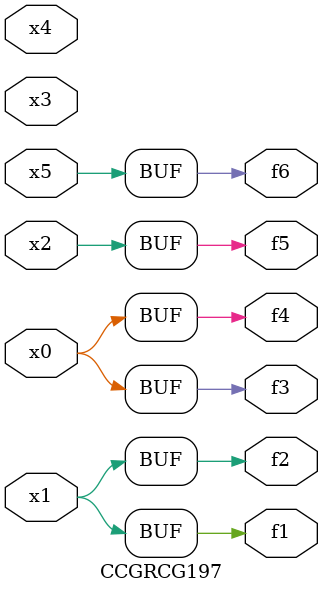
<source format=v>
module CCGRCG197(
	input x0, x1, x2, x3, x4, x5,
	output f1, f2, f3, f4, f5, f6
);
	assign f1 = x1;
	assign f2 = x1;
	assign f3 = x0;
	assign f4 = x0;
	assign f5 = x2;
	assign f6 = x5;
endmodule

</source>
